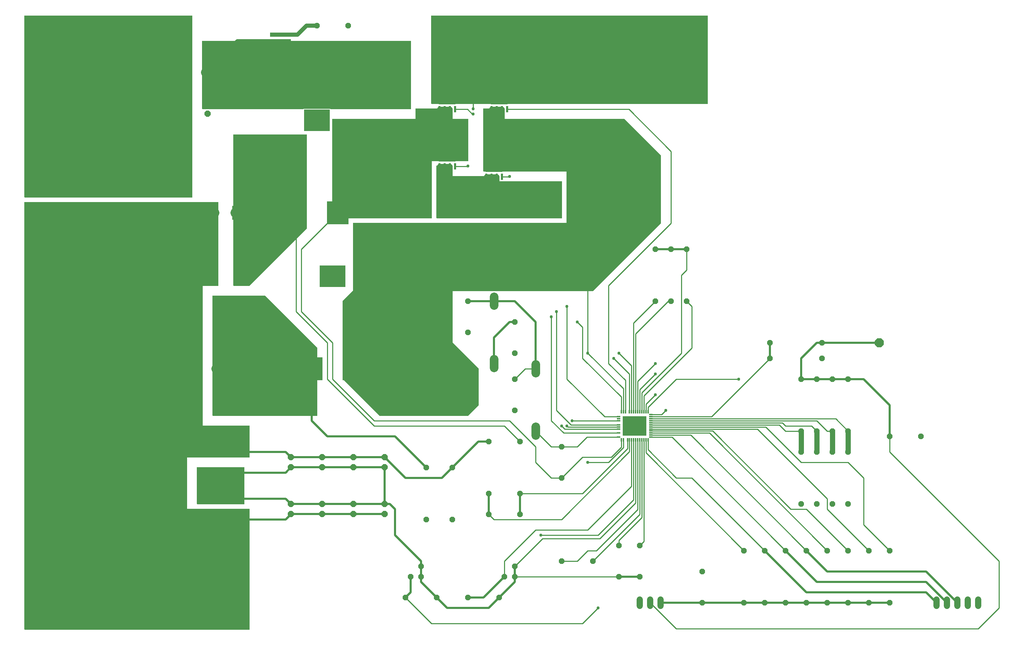
<source format=gbr>
G04 EAGLE Gerber RS-274X export*
G75*
%MOMM*%
%FSLAX34Y34*%
%LPD*%
%INTop Copper*%
%IPPOS*%
%AMOC8*
5,1,8,0,0,1.08239X$1,22.5*%
G01*
%ADD10P,1.539592X8X22.500000*%
%ADD11P,1.539592X8X202.500000*%
%ADD12P,1.539592X8X292.500000*%
%ADD13P,1.539592X8X112.500000*%
%ADD14P,1.429621X8X112.500000*%
%ADD15P,1.429621X8X292.500000*%
%ADD16C,1.524000*%
%ADD17R,0.508000X1.549400*%
%ADD18R,4.140200X4.902200*%
%ADD19P,1.429621X8X22.500000*%
%ADD20P,1.429621X8X202.500000*%
%ADD21R,0.304800X0.812800*%
%ADD22R,0.812800X0.304800*%
%ADD23R,5.791200X4.800600*%
%ADD24P,2.336880X8X22.500000*%
%ADD25R,5.330000X5.590000*%
%ADD26R,6.350000X5.280000*%
%ADD27C,2.095500*%
%ADD28P,1.632244X8X292.500000*%
%ADD29R,1.800000X3.400000*%
%ADD30R,5.200000X1.100000*%
%ADD31P,1.632244X8X112.500000*%
%ADD32R,7.300000X7.300000*%
%ADD33P,6.983147X8X22.500000*%
%ADD34C,1.270000*%
%ADD35C,3.556000*%
%ADD36C,2.667000*%
%ADD37C,0.254000*%
%ADD38C,0.756400*%
%ADD39C,1.016000*%
%ADD40C,0.508000*%
%ADD41C,2.540000*%
%ADD42C,3.810000*%

G36*
X177820Y10164D02*
X177820Y10164D01*
X177839Y10162D01*
X177941Y10184D01*
X178043Y10200D01*
X178060Y10210D01*
X178080Y10214D01*
X178169Y10267D01*
X178260Y10316D01*
X178274Y10330D01*
X178291Y10340D01*
X178358Y10419D01*
X178430Y10494D01*
X178438Y10512D01*
X178451Y10527D01*
X178490Y10623D01*
X178533Y10717D01*
X178535Y10737D01*
X178543Y10755D01*
X178561Y10922D01*
X178561Y304800D01*
X178558Y304820D01*
X178560Y304839D01*
X178538Y304941D01*
X178522Y305043D01*
X178512Y305060D01*
X178508Y305080D01*
X178455Y305169D01*
X178406Y305260D01*
X178392Y305274D01*
X178382Y305291D01*
X178303Y305358D01*
X178228Y305430D01*
X178210Y305438D01*
X178195Y305451D01*
X178099Y305490D01*
X178005Y305533D01*
X177985Y305535D01*
X177967Y305543D01*
X177800Y305561D01*
X26161Y305561D01*
X26161Y431039D01*
X177800Y431039D01*
X177820Y431042D01*
X177839Y431040D01*
X177941Y431062D01*
X178043Y431079D01*
X178060Y431088D01*
X178080Y431092D01*
X178169Y431145D01*
X178260Y431194D01*
X178274Y431208D01*
X178291Y431218D01*
X178358Y431297D01*
X178430Y431372D01*
X178438Y431390D01*
X178451Y431405D01*
X178490Y431501D01*
X178533Y431595D01*
X178535Y431615D01*
X178543Y431633D01*
X178561Y431800D01*
X178561Y508000D01*
X178558Y508020D01*
X178560Y508039D01*
X178538Y508141D01*
X178522Y508243D01*
X178512Y508260D01*
X178508Y508280D01*
X178455Y508369D01*
X178406Y508460D01*
X178392Y508474D01*
X178382Y508491D01*
X178303Y508558D01*
X178228Y508630D01*
X178210Y508638D01*
X178195Y508651D01*
X178099Y508690D01*
X178005Y508733D01*
X177985Y508735D01*
X177967Y508743D01*
X177800Y508761D01*
X64261Y508761D01*
X64261Y850139D01*
X101600Y850139D01*
X101620Y850142D01*
X101639Y850140D01*
X101741Y850162D01*
X101843Y850179D01*
X101860Y850188D01*
X101880Y850192D01*
X101969Y850245D01*
X102060Y850294D01*
X102074Y850308D01*
X102091Y850318D01*
X102158Y850397D01*
X102230Y850472D01*
X102238Y850490D01*
X102251Y850505D01*
X102290Y850601D01*
X102333Y850695D01*
X102335Y850715D01*
X102343Y850733D01*
X102361Y850900D01*
X102361Y1054100D01*
X102358Y1054120D01*
X102360Y1054139D01*
X102338Y1054241D01*
X102322Y1054343D01*
X102312Y1054360D01*
X102308Y1054380D01*
X102255Y1054469D01*
X102206Y1054560D01*
X102192Y1054574D01*
X102182Y1054591D01*
X102103Y1054658D01*
X102028Y1054730D01*
X102010Y1054738D01*
X101995Y1054751D01*
X101899Y1054790D01*
X101805Y1054833D01*
X101785Y1054835D01*
X101767Y1054843D01*
X101600Y1054861D01*
X-370078Y1054861D01*
X-370098Y1054858D01*
X-370117Y1054860D01*
X-370219Y1054838D01*
X-370321Y1054822D01*
X-370338Y1054812D01*
X-370358Y1054808D01*
X-370447Y1054755D01*
X-370538Y1054706D01*
X-370552Y1054692D01*
X-370569Y1054682D01*
X-370636Y1054603D01*
X-370708Y1054528D01*
X-370716Y1054510D01*
X-370729Y1054495D01*
X-370768Y1054399D01*
X-370811Y1054305D01*
X-370813Y1054285D01*
X-370821Y1054267D01*
X-370839Y1054100D01*
X-370839Y10922D01*
X-370836Y10902D01*
X-370838Y10883D01*
X-370816Y10781D01*
X-370800Y10679D01*
X-370790Y10662D01*
X-370786Y10642D01*
X-370733Y10553D01*
X-370684Y10462D01*
X-370670Y10448D01*
X-370660Y10431D01*
X-370581Y10364D01*
X-370506Y10292D01*
X-370488Y10284D01*
X-370473Y10271D01*
X-370377Y10232D01*
X-370283Y10189D01*
X-370263Y10187D01*
X-370245Y10179D01*
X-370078Y10161D01*
X177800Y10161D01*
X177820Y10164D01*
G37*
G36*
X711290Y532654D02*
X711290Y532654D01*
X711381Y532661D01*
X711411Y532673D01*
X711443Y532679D01*
X711523Y532721D01*
X711607Y532757D01*
X711639Y532783D01*
X711660Y532794D01*
X711682Y532817D01*
X711738Y532862D01*
X737138Y558262D01*
X737191Y558336D01*
X737251Y558405D01*
X737263Y558435D01*
X737282Y558461D01*
X737309Y558548D01*
X737343Y558633D01*
X737347Y558674D01*
X737354Y558697D01*
X737353Y558729D01*
X737361Y558800D01*
X737361Y647700D01*
X737347Y647790D01*
X737339Y647881D01*
X737327Y647911D01*
X737322Y647943D01*
X737279Y648023D01*
X737243Y648107D01*
X737217Y648139D01*
X737206Y648160D01*
X737183Y648182D01*
X737138Y648238D01*
X673861Y711515D01*
X673861Y837439D01*
X1016000Y837439D01*
X1016090Y837454D01*
X1016181Y837461D01*
X1016211Y837473D01*
X1016243Y837479D01*
X1016323Y837521D01*
X1016407Y837557D01*
X1016439Y837583D01*
X1016460Y837594D01*
X1016482Y837617D01*
X1016538Y837662D01*
X1181638Y1002762D01*
X1181691Y1002836D01*
X1181751Y1002905D01*
X1181763Y1002935D01*
X1181782Y1002961D01*
X1181809Y1003048D01*
X1181843Y1003133D01*
X1181847Y1003174D01*
X1181854Y1003197D01*
X1181853Y1003229D01*
X1181861Y1003300D01*
X1181861Y1168400D01*
X1181847Y1168490D01*
X1181839Y1168581D01*
X1181827Y1168611D01*
X1181822Y1168643D01*
X1181779Y1168723D01*
X1181743Y1168807D01*
X1181717Y1168839D01*
X1181706Y1168860D01*
X1181683Y1168882D01*
X1181638Y1168938D01*
X1092738Y1257838D01*
X1092664Y1257891D01*
X1092595Y1257951D01*
X1092565Y1257963D01*
X1092539Y1257982D01*
X1092452Y1258009D01*
X1092367Y1258043D01*
X1092326Y1258047D01*
X1092303Y1258054D01*
X1092271Y1258053D01*
X1092200Y1258061D01*
X800861Y1258061D01*
X800861Y1282700D01*
X800858Y1282720D01*
X800860Y1282739D01*
X800838Y1282841D01*
X800822Y1282943D01*
X800812Y1282960D01*
X800808Y1282980D01*
X800755Y1283069D01*
X800706Y1283160D01*
X800692Y1283174D01*
X800682Y1283191D01*
X800603Y1283258D01*
X800528Y1283330D01*
X800510Y1283338D01*
X800495Y1283351D01*
X800399Y1283390D01*
X800305Y1283433D01*
X800285Y1283435D01*
X800267Y1283443D01*
X800100Y1283461D01*
X749300Y1283461D01*
X749280Y1283458D01*
X749261Y1283460D01*
X749159Y1283438D01*
X749057Y1283422D01*
X749040Y1283412D01*
X749020Y1283408D01*
X748931Y1283355D01*
X748840Y1283306D01*
X748826Y1283292D01*
X748809Y1283282D01*
X748742Y1283203D01*
X748671Y1283128D01*
X748662Y1283110D01*
X748649Y1283095D01*
X748610Y1282999D01*
X748567Y1282905D01*
X748565Y1282885D01*
X748557Y1282867D01*
X748539Y1282700D01*
X748539Y1130300D01*
X748542Y1130280D01*
X748540Y1130261D01*
X748562Y1130159D01*
X748579Y1130057D01*
X748588Y1130040D01*
X748592Y1130020D01*
X748645Y1129931D01*
X748694Y1129840D01*
X748708Y1129826D01*
X748718Y1129809D01*
X748797Y1129742D01*
X748872Y1129671D01*
X748890Y1129662D01*
X748905Y1129649D01*
X749001Y1129610D01*
X749095Y1129567D01*
X749115Y1129565D01*
X749133Y1129557D01*
X749300Y1129539D01*
X951739Y1129539D01*
X951739Y1004061D01*
X431800Y1004061D01*
X431780Y1004058D01*
X431761Y1004060D01*
X431659Y1004038D01*
X431557Y1004022D01*
X431540Y1004012D01*
X431520Y1004008D01*
X431431Y1003955D01*
X431340Y1003906D01*
X431326Y1003892D01*
X431309Y1003882D01*
X431242Y1003803D01*
X431171Y1003728D01*
X431162Y1003710D01*
X431149Y1003695D01*
X431110Y1003599D01*
X431067Y1003505D01*
X431065Y1003485D01*
X431057Y1003467D01*
X431039Y1003300D01*
X431039Y838515D01*
X405862Y813338D01*
X405809Y813264D01*
X405749Y813195D01*
X405737Y813165D01*
X405718Y813139D01*
X405691Y813052D01*
X405657Y812967D01*
X405653Y812926D01*
X405646Y812903D01*
X405647Y812871D01*
X405639Y812800D01*
X405639Y622300D01*
X405654Y622210D01*
X405661Y622119D01*
X405673Y622089D01*
X405679Y622057D01*
X405721Y621977D01*
X405757Y621893D01*
X405783Y621861D01*
X405794Y621840D01*
X405817Y621818D01*
X405862Y621762D01*
X494762Y532862D01*
X494836Y532809D01*
X494905Y532749D01*
X494935Y532737D01*
X494961Y532718D01*
X495048Y532691D01*
X495133Y532657D01*
X495174Y532653D01*
X495197Y532646D01*
X495229Y532647D01*
X495300Y532639D01*
X711200Y532639D01*
X711290Y532654D01*
G37*
G36*
X38120Y1066042D02*
X38120Y1066042D01*
X38139Y1066040D01*
X38241Y1066062D01*
X38343Y1066079D01*
X38360Y1066088D01*
X38380Y1066092D01*
X38469Y1066145D01*
X38560Y1066194D01*
X38574Y1066208D01*
X38591Y1066218D01*
X38658Y1066297D01*
X38730Y1066372D01*
X38738Y1066390D01*
X38751Y1066405D01*
X38790Y1066501D01*
X38833Y1066595D01*
X38835Y1066615D01*
X38843Y1066633D01*
X38861Y1066800D01*
X38861Y1509778D01*
X38858Y1509798D01*
X38860Y1509817D01*
X38838Y1509919D01*
X38821Y1510021D01*
X38812Y1510038D01*
X38808Y1510058D01*
X38755Y1510147D01*
X38706Y1510238D01*
X38692Y1510252D01*
X38682Y1510269D01*
X38603Y1510336D01*
X38528Y1510408D01*
X38510Y1510416D01*
X38495Y1510429D01*
X38399Y1510468D01*
X38305Y1510511D01*
X38285Y1510513D01*
X38267Y1510521D01*
X38100Y1510539D01*
X-370078Y1510539D01*
X-370098Y1510536D01*
X-370117Y1510538D01*
X-370219Y1510516D01*
X-370321Y1510500D01*
X-370338Y1510490D01*
X-370358Y1510486D01*
X-370447Y1510433D01*
X-370538Y1510384D01*
X-370552Y1510370D01*
X-370569Y1510360D01*
X-370636Y1510281D01*
X-370708Y1510206D01*
X-370716Y1510188D01*
X-370729Y1510173D01*
X-370768Y1510077D01*
X-370811Y1509983D01*
X-370813Y1509963D01*
X-370821Y1509945D01*
X-370839Y1509778D01*
X-370839Y1066800D01*
X-370836Y1066780D01*
X-370838Y1066761D01*
X-370816Y1066659D01*
X-370800Y1066557D01*
X-370790Y1066540D01*
X-370786Y1066520D01*
X-370733Y1066431D01*
X-370684Y1066340D01*
X-370670Y1066326D01*
X-370660Y1066309D01*
X-370581Y1066242D01*
X-370506Y1066171D01*
X-370488Y1066162D01*
X-370473Y1066149D01*
X-370377Y1066110D01*
X-370283Y1066067D01*
X-370263Y1066065D01*
X-370245Y1066057D01*
X-370078Y1066039D01*
X38100Y1066039D01*
X38120Y1066042D01*
G37*
G36*
X1295420Y1294642D02*
X1295420Y1294642D01*
X1295439Y1294640D01*
X1295541Y1294662D01*
X1295643Y1294679D01*
X1295660Y1294688D01*
X1295680Y1294692D01*
X1295769Y1294745D01*
X1295860Y1294794D01*
X1295874Y1294808D01*
X1295891Y1294818D01*
X1295958Y1294897D01*
X1296030Y1294972D01*
X1296038Y1294990D01*
X1296051Y1295005D01*
X1296090Y1295101D01*
X1296133Y1295195D01*
X1296135Y1295215D01*
X1296143Y1295233D01*
X1296161Y1295400D01*
X1296161Y1509778D01*
X1296158Y1509798D01*
X1296160Y1509817D01*
X1296138Y1509919D01*
X1296121Y1510021D01*
X1296112Y1510038D01*
X1296108Y1510058D01*
X1296055Y1510147D01*
X1296006Y1510238D01*
X1295992Y1510252D01*
X1295982Y1510269D01*
X1295903Y1510336D01*
X1295828Y1510408D01*
X1295810Y1510416D01*
X1295795Y1510429D01*
X1295699Y1510468D01*
X1295605Y1510511D01*
X1295585Y1510513D01*
X1295567Y1510521D01*
X1295400Y1510539D01*
X622300Y1510539D01*
X622280Y1510536D01*
X622261Y1510538D01*
X622159Y1510516D01*
X622057Y1510500D01*
X622040Y1510490D01*
X622020Y1510486D01*
X621931Y1510433D01*
X621840Y1510384D01*
X621826Y1510370D01*
X621809Y1510360D01*
X621742Y1510281D01*
X621671Y1510206D01*
X621662Y1510188D01*
X621649Y1510173D01*
X621610Y1510077D01*
X621567Y1509983D01*
X621565Y1509963D01*
X621557Y1509945D01*
X621539Y1509778D01*
X621539Y1295400D01*
X621542Y1295380D01*
X621540Y1295361D01*
X621562Y1295259D01*
X621579Y1295157D01*
X621588Y1295140D01*
X621592Y1295120D01*
X621645Y1295031D01*
X621694Y1294940D01*
X621708Y1294926D01*
X621718Y1294909D01*
X621797Y1294842D01*
X621872Y1294771D01*
X621890Y1294762D01*
X621905Y1294749D01*
X622001Y1294710D01*
X622095Y1294667D01*
X622115Y1294665D01*
X622133Y1294657D01*
X622300Y1294639D01*
X1295400Y1294639D01*
X1295420Y1294642D01*
G37*
G36*
X309607Y1281954D02*
X309607Y1281954D01*
X309698Y1281961D01*
X309728Y1281973D01*
X309760Y1281979D01*
X309841Y1282021D01*
X309924Y1282057D01*
X309957Y1282083D01*
X309977Y1282094D01*
X309999Y1282117D01*
X310055Y1282162D01*
X310518Y1282625D01*
X375282Y1282625D01*
X375745Y1282162D01*
X375819Y1282109D01*
X375888Y1282049D01*
X375918Y1282037D01*
X375944Y1282018D01*
X376031Y1281991D01*
X376116Y1281957D01*
X376157Y1281953D01*
X376179Y1281946D01*
X376212Y1281947D01*
X376283Y1281939D01*
X571500Y1281939D01*
X571520Y1281942D01*
X571539Y1281940D01*
X571641Y1281962D01*
X571743Y1281979D01*
X571760Y1281988D01*
X571780Y1281992D01*
X571869Y1282045D01*
X571960Y1282094D01*
X571974Y1282108D01*
X571991Y1282118D01*
X572058Y1282197D01*
X572130Y1282272D01*
X572138Y1282290D01*
X572151Y1282305D01*
X572190Y1282401D01*
X572233Y1282495D01*
X572235Y1282515D01*
X572243Y1282533D01*
X572261Y1282700D01*
X572261Y1447800D01*
X572258Y1447820D01*
X572260Y1447839D01*
X572238Y1447941D01*
X572222Y1448043D01*
X572212Y1448060D01*
X572208Y1448080D01*
X572155Y1448169D01*
X572106Y1448260D01*
X572092Y1448274D01*
X572082Y1448291D01*
X572003Y1448358D01*
X571928Y1448430D01*
X571910Y1448438D01*
X571895Y1448451D01*
X571799Y1448490D01*
X571705Y1448533D01*
X571685Y1448535D01*
X571667Y1448543D01*
X571500Y1448561D01*
X63500Y1448561D01*
X63480Y1448558D01*
X63461Y1448560D01*
X63359Y1448538D01*
X63257Y1448522D01*
X63240Y1448512D01*
X63220Y1448508D01*
X63131Y1448455D01*
X63040Y1448406D01*
X63026Y1448392D01*
X63009Y1448382D01*
X62942Y1448303D01*
X62871Y1448228D01*
X62862Y1448210D01*
X62849Y1448195D01*
X62810Y1448099D01*
X62767Y1448005D01*
X62765Y1447985D01*
X62757Y1447967D01*
X62739Y1447800D01*
X62739Y1282700D01*
X62742Y1282680D01*
X62740Y1282661D01*
X62762Y1282559D01*
X62779Y1282457D01*
X62788Y1282440D01*
X62792Y1282420D01*
X62845Y1282331D01*
X62894Y1282240D01*
X62908Y1282226D01*
X62918Y1282209D01*
X62997Y1282142D01*
X63072Y1282071D01*
X63090Y1282062D01*
X63105Y1282049D01*
X63201Y1282010D01*
X63295Y1281967D01*
X63315Y1281965D01*
X63333Y1281957D01*
X63500Y1281939D01*
X309517Y1281939D01*
X309607Y1281954D01*
G37*
G36*
X622320Y1015242D02*
X622320Y1015242D01*
X622339Y1015240D01*
X622441Y1015262D01*
X622543Y1015279D01*
X622560Y1015288D01*
X622580Y1015292D01*
X622669Y1015345D01*
X622760Y1015394D01*
X622774Y1015408D01*
X622791Y1015418D01*
X622858Y1015497D01*
X622930Y1015572D01*
X622938Y1015590D01*
X622951Y1015605D01*
X622990Y1015701D01*
X623033Y1015795D01*
X623035Y1015815D01*
X623043Y1015833D01*
X623061Y1016000D01*
X623061Y1154939D01*
X711200Y1154939D01*
X711220Y1154942D01*
X711239Y1154940D01*
X711341Y1154962D01*
X711443Y1154979D01*
X711460Y1154988D01*
X711480Y1154992D01*
X711569Y1155045D01*
X711660Y1155094D01*
X711674Y1155108D01*
X711691Y1155118D01*
X711758Y1155197D01*
X711830Y1155272D01*
X711838Y1155290D01*
X711851Y1155305D01*
X711890Y1155401D01*
X711933Y1155495D01*
X711935Y1155515D01*
X711943Y1155533D01*
X711961Y1155700D01*
X711961Y1257300D01*
X711958Y1257320D01*
X711960Y1257339D01*
X711938Y1257441D01*
X711922Y1257543D01*
X711912Y1257560D01*
X711908Y1257580D01*
X711855Y1257669D01*
X711806Y1257760D01*
X711792Y1257774D01*
X711782Y1257791D01*
X711703Y1257858D01*
X711628Y1257930D01*
X711610Y1257938D01*
X711595Y1257951D01*
X711499Y1257990D01*
X711405Y1258033D01*
X711385Y1258035D01*
X711367Y1258043D01*
X711200Y1258061D01*
X673861Y1258061D01*
X673861Y1282700D01*
X673858Y1282720D01*
X673860Y1282739D01*
X673838Y1282841D01*
X673822Y1282943D01*
X673812Y1282960D01*
X673808Y1282980D01*
X673755Y1283069D01*
X673706Y1283160D01*
X673692Y1283174D01*
X673682Y1283191D01*
X673603Y1283258D01*
X673528Y1283330D01*
X673510Y1283338D01*
X673495Y1283351D01*
X673399Y1283390D01*
X673305Y1283433D01*
X673285Y1283435D01*
X673267Y1283443D01*
X673100Y1283461D01*
X584200Y1283461D01*
X584180Y1283458D01*
X584161Y1283460D01*
X584059Y1283438D01*
X583957Y1283422D01*
X583940Y1283412D01*
X583920Y1283408D01*
X583831Y1283355D01*
X583740Y1283306D01*
X583726Y1283292D01*
X583709Y1283282D01*
X583642Y1283203D01*
X583571Y1283128D01*
X583562Y1283110D01*
X583549Y1283095D01*
X583510Y1282999D01*
X583467Y1282905D01*
X583465Y1282885D01*
X583457Y1282867D01*
X583439Y1282700D01*
X583439Y1258061D01*
X381000Y1258061D01*
X380980Y1258058D01*
X380961Y1258060D01*
X380859Y1258038D01*
X380757Y1258022D01*
X380740Y1258012D01*
X380720Y1258008D01*
X380631Y1257955D01*
X380540Y1257906D01*
X380526Y1257892D01*
X380509Y1257882D01*
X380442Y1257803D01*
X380371Y1257728D01*
X380362Y1257710D01*
X380349Y1257695D01*
X380310Y1257599D01*
X380267Y1257505D01*
X380265Y1257485D01*
X380257Y1257467D01*
X380239Y1257300D01*
X380239Y1016000D01*
X380242Y1015980D01*
X380240Y1015961D01*
X380262Y1015859D01*
X380279Y1015757D01*
X380288Y1015740D01*
X380292Y1015720D01*
X380345Y1015631D01*
X380394Y1015540D01*
X380408Y1015526D01*
X380418Y1015509D01*
X380497Y1015442D01*
X380572Y1015371D01*
X380590Y1015362D01*
X380605Y1015349D01*
X380701Y1015310D01*
X380795Y1015267D01*
X380815Y1015265D01*
X380833Y1015257D01*
X381000Y1015239D01*
X622300Y1015239D01*
X622320Y1015242D01*
G37*
G36*
X342920Y532642D02*
X342920Y532642D01*
X342939Y532640D01*
X343041Y532662D01*
X343143Y532679D01*
X343160Y532688D01*
X343180Y532692D01*
X343269Y532745D01*
X343360Y532794D01*
X343374Y532808D01*
X343391Y532818D01*
X343458Y532897D01*
X343530Y532972D01*
X343538Y532990D01*
X343551Y533005D01*
X343590Y533101D01*
X343633Y533195D01*
X343635Y533215D01*
X343643Y533233D01*
X343661Y533400D01*
X343661Y698500D01*
X343647Y698590D01*
X343639Y698681D01*
X343627Y698711D01*
X343622Y698743D01*
X343579Y698823D01*
X343543Y698907D01*
X343517Y698939D01*
X343506Y698960D01*
X343483Y698982D01*
X343438Y699038D01*
X216438Y826038D01*
X216364Y826091D01*
X216295Y826151D01*
X216265Y826163D01*
X216239Y826182D01*
X216152Y826209D01*
X216067Y826243D01*
X216026Y826247D01*
X216003Y826254D01*
X215971Y826253D01*
X215900Y826261D01*
X88900Y826261D01*
X88880Y826258D01*
X88861Y826260D01*
X88759Y826238D01*
X88657Y826222D01*
X88640Y826212D01*
X88620Y826208D01*
X88531Y826155D01*
X88440Y826106D01*
X88426Y826092D01*
X88409Y826082D01*
X88342Y826003D01*
X88271Y825928D01*
X88262Y825910D01*
X88249Y825895D01*
X88210Y825799D01*
X88167Y825705D01*
X88165Y825685D01*
X88157Y825667D01*
X88139Y825500D01*
X88139Y533400D01*
X88142Y533380D01*
X88140Y533361D01*
X88162Y533259D01*
X88179Y533157D01*
X88188Y533140D01*
X88192Y533120D01*
X88245Y533031D01*
X88294Y532940D01*
X88308Y532926D01*
X88318Y532909D01*
X88397Y532842D01*
X88472Y532771D01*
X88490Y532762D01*
X88505Y532749D01*
X88601Y532710D01*
X88695Y532667D01*
X88715Y532665D01*
X88733Y532657D01*
X88900Y532639D01*
X342900Y532639D01*
X342920Y532642D01*
G37*
G36*
X177890Y850154D02*
X177890Y850154D01*
X177981Y850161D01*
X178011Y850173D01*
X178043Y850179D01*
X178123Y850221D01*
X178207Y850257D01*
X178239Y850283D01*
X178260Y850294D01*
X178282Y850317D01*
X178338Y850362D01*
X318038Y990062D01*
X318091Y990136D01*
X318151Y990205D01*
X318163Y990235D01*
X318182Y990261D01*
X318209Y990348D01*
X318243Y990433D01*
X318247Y990474D01*
X318254Y990497D01*
X318253Y990529D01*
X318261Y990600D01*
X318261Y1219200D01*
X318258Y1219220D01*
X318260Y1219239D01*
X318238Y1219341D01*
X318222Y1219443D01*
X318212Y1219460D01*
X318208Y1219480D01*
X318155Y1219569D01*
X318106Y1219660D01*
X318092Y1219674D01*
X318082Y1219691D01*
X318003Y1219758D01*
X317928Y1219830D01*
X317910Y1219838D01*
X317895Y1219851D01*
X317799Y1219890D01*
X317705Y1219933D01*
X317685Y1219935D01*
X317667Y1219943D01*
X317500Y1219961D01*
X139700Y1219961D01*
X139680Y1219958D01*
X139661Y1219960D01*
X139559Y1219938D01*
X139457Y1219922D01*
X139440Y1219912D01*
X139420Y1219908D01*
X139331Y1219855D01*
X139240Y1219806D01*
X139226Y1219792D01*
X139209Y1219782D01*
X139142Y1219703D01*
X139071Y1219628D01*
X139062Y1219610D01*
X139049Y1219595D01*
X139010Y1219499D01*
X138967Y1219405D01*
X138965Y1219385D01*
X138957Y1219367D01*
X138939Y1219200D01*
X138939Y850900D01*
X138942Y850880D01*
X138940Y850861D01*
X138962Y850759D01*
X138979Y850657D01*
X138988Y850640D01*
X138992Y850620D01*
X139045Y850531D01*
X139094Y850440D01*
X139108Y850426D01*
X139118Y850409D01*
X139197Y850342D01*
X139272Y850271D01*
X139290Y850262D01*
X139305Y850249D01*
X139401Y850210D01*
X139495Y850167D01*
X139515Y850165D01*
X139533Y850157D01*
X139700Y850139D01*
X177800Y850139D01*
X177890Y850154D01*
G37*
G36*
X939820Y1015242D02*
X939820Y1015242D01*
X939839Y1015240D01*
X939941Y1015262D01*
X940043Y1015279D01*
X940060Y1015288D01*
X940080Y1015292D01*
X940169Y1015345D01*
X940260Y1015394D01*
X940274Y1015408D01*
X940291Y1015418D01*
X940358Y1015497D01*
X940430Y1015572D01*
X940438Y1015590D01*
X940451Y1015605D01*
X940490Y1015701D01*
X940533Y1015795D01*
X940535Y1015815D01*
X940543Y1015833D01*
X940561Y1016000D01*
X940561Y1104900D01*
X940558Y1104920D01*
X940560Y1104939D01*
X940538Y1105041D01*
X940522Y1105143D01*
X940512Y1105160D01*
X940508Y1105180D01*
X940455Y1105269D01*
X940406Y1105360D01*
X940392Y1105374D01*
X940382Y1105391D01*
X940303Y1105458D01*
X940228Y1105530D01*
X940210Y1105538D01*
X940195Y1105551D01*
X940099Y1105590D01*
X940005Y1105633D01*
X939985Y1105635D01*
X939967Y1105643D01*
X939800Y1105661D01*
X788161Y1105661D01*
X788161Y1117600D01*
X788158Y1117620D01*
X788160Y1117639D01*
X788138Y1117741D01*
X788122Y1117843D01*
X788112Y1117860D01*
X788108Y1117880D01*
X788055Y1117969D01*
X788006Y1118060D01*
X787992Y1118074D01*
X787982Y1118091D01*
X787903Y1118158D01*
X787828Y1118230D01*
X787810Y1118238D01*
X787795Y1118251D01*
X787699Y1118290D01*
X787605Y1118333D01*
X787585Y1118335D01*
X787567Y1118343D01*
X787400Y1118361D01*
X673861Y1118361D01*
X673861Y1143000D01*
X673858Y1143020D01*
X673860Y1143039D01*
X673838Y1143141D01*
X673822Y1143243D01*
X673812Y1143260D01*
X673808Y1143280D01*
X673755Y1143369D01*
X673706Y1143460D01*
X673692Y1143474D01*
X673682Y1143491D01*
X673603Y1143558D01*
X673528Y1143630D01*
X673510Y1143638D01*
X673495Y1143651D01*
X673399Y1143690D01*
X673305Y1143733D01*
X673285Y1143735D01*
X673267Y1143743D01*
X673100Y1143761D01*
X635000Y1143761D01*
X634980Y1143758D01*
X634961Y1143760D01*
X634859Y1143738D01*
X634757Y1143722D01*
X634740Y1143712D01*
X634720Y1143708D01*
X634631Y1143655D01*
X634540Y1143606D01*
X634526Y1143592D01*
X634509Y1143582D01*
X634442Y1143503D01*
X634371Y1143428D01*
X634362Y1143410D01*
X634349Y1143395D01*
X634310Y1143299D01*
X634267Y1143205D01*
X634265Y1143185D01*
X634257Y1143167D01*
X634239Y1143000D01*
X634239Y1016000D01*
X634242Y1015980D01*
X634240Y1015961D01*
X634262Y1015859D01*
X634279Y1015757D01*
X634288Y1015740D01*
X634292Y1015720D01*
X634345Y1015631D01*
X634394Y1015540D01*
X634408Y1015526D01*
X634418Y1015509D01*
X634497Y1015442D01*
X634572Y1015371D01*
X634590Y1015362D01*
X634605Y1015349D01*
X634701Y1015310D01*
X634795Y1015267D01*
X634815Y1015265D01*
X634833Y1015257D01*
X635000Y1015239D01*
X939800Y1015239D01*
X939820Y1015242D01*
G37*
G36*
X165120Y316742D02*
X165120Y316742D01*
X165139Y316740D01*
X165241Y316762D01*
X165343Y316779D01*
X165360Y316788D01*
X165380Y316792D01*
X165469Y316845D01*
X165560Y316894D01*
X165574Y316908D01*
X165591Y316918D01*
X165658Y316997D01*
X165730Y317072D01*
X165738Y317090D01*
X165751Y317105D01*
X165790Y317201D01*
X165833Y317295D01*
X165835Y317315D01*
X165843Y317333D01*
X165861Y317500D01*
X165861Y406400D01*
X165858Y406420D01*
X165860Y406439D01*
X165838Y406541D01*
X165822Y406643D01*
X165812Y406660D01*
X165808Y406680D01*
X165755Y406769D01*
X165706Y406860D01*
X165692Y406874D01*
X165682Y406891D01*
X165603Y406958D01*
X165528Y407030D01*
X165510Y407038D01*
X165495Y407051D01*
X165399Y407090D01*
X165305Y407133D01*
X165285Y407135D01*
X165267Y407143D01*
X165100Y407161D01*
X50800Y407161D01*
X50780Y407158D01*
X50761Y407160D01*
X50659Y407138D01*
X50557Y407122D01*
X50540Y407112D01*
X50520Y407108D01*
X50431Y407055D01*
X50340Y407006D01*
X50326Y406992D01*
X50309Y406982D01*
X50242Y406903D01*
X50171Y406828D01*
X50162Y406810D01*
X50149Y406795D01*
X50110Y406699D01*
X50067Y406605D01*
X50065Y406585D01*
X50057Y406567D01*
X50039Y406400D01*
X50039Y317500D01*
X50042Y317480D01*
X50040Y317461D01*
X50062Y317359D01*
X50079Y317257D01*
X50088Y317240D01*
X50092Y317220D01*
X50145Y317131D01*
X50194Y317040D01*
X50208Y317026D01*
X50218Y317009D01*
X50297Y316942D01*
X50372Y316871D01*
X50390Y316862D01*
X50405Y316849D01*
X50501Y316810D01*
X50595Y316767D01*
X50615Y316765D01*
X50633Y316757D01*
X50800Y316739D01*
X165100Y316739D01*
X165120Y316742D01*
G37*
D10*
X558800Y88900D03*
X635000Y88900D03*
D11*
X838200Y292100D03*
X762000Y292100D03*
D12*
X711200Y812800D03*
X711200Y736600D03*
D10*
X939800Y177800D03*
X1016000Y177800D03*
D13*
X1282700Y76200D03*
X1282700Y152400D03*
D10*
X1739900Y482600D03*
X1816100Y482600D03*
X711200Y88900D03*
X787400Y88900D03*
X342900Y1485900D03*
X419100Y1485900D03*
D13*
X939800Y381000D03*
X939800Y457200D03*
X825500Y685800D03*
X825500Y762000D03*
D14*
X63500Y279400D03*
X63500Y330200D03*
X152400Y279400D03*
X152400Y330200D03*
D15*
X152400Y444500D03*
X152400Y393700D03*
X63500Y444500D03*
X63500Y393700D03*
D12*
X825500Y622300D03*
X825500Y546100D03*
X1130300Y215900D03*
X1130300Y139700D03*
X1079500Y215900D03*
X1079500Y139700D03*
D16*
X1955800Y83820D02*
X1955800Y68580D01*
X1930400Y68580D02*
X1930400Y83820D01*
X1905000Y83820D02*
X1905000Y68580D01*
X1879600Y68580D02*
X1879600Y83820D01*
X1854200Y83820D02*
X1854200Y68580D01*
D17*
X768350Y1281303D03*
X781050Y1281303D03*
X793750Y1281303D03*
X806450Y1281303D03*
D18*
X787400Y1318133D03*
D17*
X755650Y1116203D03*
X768350Y1116203D03*
X781050Y1116203D03*
X793750Y1116203D03*
D18*
X774700Y1153033D03*
D17*
X641350Y1141603D03*
X654050Y1141603D03*
X666750Y1141603D03*
X679450Y1141603D03*
D18*
X660400Y1178433D03*
D17*
X641350Y1281303D03*
X654050Y1281303D03*
X666750Y1281303D03*
X679450Y1281303D03*
D18*
X660400Y1318133D03*
D19*
X800100Y139700D03*
X825500Y139700D03*
X825500Y165100D03*
X571500Y139700D03*
X596900Y139700D03*
X596900Y165100D03*
X1447800Y673100D03*
X1574800Y673100D03*
D20*
X1574800Y711200D03*
X1447800Y711200D03*
D14*
X609600Y279400D03*
X609600Y406400D03*
X673100Y279400D03*
X673100Y406400D03*
D15*
X1600200Y444500D03*
X1600200Y317500D03*
X1600200Y622300D03*
X1600200Y495300D03*
X1638300Y444500D03*
X1638300Y317500D03*
X1638300Y622300D03*
X1638300Y495300D03*
X1168400Y939800D03*
X1168400Y812800D03*
X1206500Y939800D03*
X1206500Y812800D03*
D14*
X1485900Y76200D03*
X1485900Y203200D03*
X1435100Y76200D03*
X1435100Y203200D03*
X1536700Y76200D03*
X1536700Y203200D03*
X1587500Y76200D03*
X1587500Y203200D03*
X1638300Y76200D03*
X1638300Y203200D03*
D15*
X1739900Y203200D03*
X1739900Y76200D03*
X1524000Y444500D03*
X1524000Y317500D03*
X1524000Y622300D03*
X1524000Y495300D03*
X1562100Y444500D03*
X1562100Y317500D03*
X1562100Y622300D03*
X1562100Y495300D03*
X1244600Y939800D03*
X1244600Y812800D03*
D14*
X1384300Y76200D03*
X1384300Y203200D03*
D15*
X1689100Y203200D03*
X1689100Y76200D03*
D14*
X838200Y342900D03*
X838200Y469900D03*
X762000Y342900D03*
X762000Y469900D03*
D21*
X1085100Y473456D03*
X1090100Y473456D03*
X1100100Y473456D03*
X1105100Y473456D03*
X1110100Y473456D03*
X1115100Y473456D03*
X1120100Y473456D03*
X1125100Y473456D03*
X1130100Y473456D03*
X1135100Y473456D03*
X1140100Y473456D03*
X1150100Y473456D03*
D22*
X1157097Y480500D03*
X1157097Y485500D03*
X1157097Y490500D03*
X1157097Y500500D03*
X1157097Y505500D03*
X1157097Y510500D03*
X1157097Y515500D03*
X1157097Y520500D03*
X1157097Y525500D03*
X1157097Y530500D03*
X1157097Y535500D03*
D21*
X1150100Y542544D03*
X1145100Y542544D03*
X1135100Y542544D03*
X1130100Y542544D03*
X1125100Y542544D03*
X1120100Y542544D03*
X1110100Y542544D03*
X1105100Y542544D03*
X1095100Y542544D03*
X1085100Y542544D03*
D22*
X1078103Y530500D03*
X1078103Y525500D03*
X1078103Y520500D03*
X1078103Y510500D03*
X1078103Y505500D03*
X1078103Y500500D03*
X1078103Y490500D03*
X1078103Y480500D03*
D23*
X1117600Y508000D03*
D21*
X1145100Y473456D03*
D22*
X1157097Y495500D03*
D21*
X1140100Y542544D03*
X1115100Y542544D03*
X1090100Y542544D03*
D16*
X1130300Y83820D02*
X1130300Y68580D01*
X1155700Y68580D02*
X1155700Y83820D01*
X1181100Y83820D02*
X1181100Y68580D01*
D24*
X1714500Y711200D03*
D25*
X330250Y647700D03*
X431750Y647700D03*
D26*
X381000Y873700D03*
D25*
X292150Y1028700D03*
X393650Y1028700D03*
D26*
X342900Y1254700D03*
D27*
X774700Y670878D02*
X774700Y649923D01*
X774700Y802323D02*
X774700Y823278D01*
X876300Y505778D02*
X876300Y484823D01*
X876300Y637223D02*
X876300Y658178D01*
D28*
X508000Y431600D03*
X508000Y406600D03*
D29*
X20800Y1371600D03*
X72800Y1371600D03*
D30*
X254000Y1447800D03*
X254000Y1463800D03*
D29*
X46200Y647700D03*
X98200Y647700D03*
X144300Y1028700D03*
X92300Y1028700D03*
D28*
X431800Y431600D03*
X431800Y406600D03*
X355600Y431600D03*
X355600Y406600D03*
X279400Y431600D03*
X279400Y406600D03*
D31*
X279400Y292300D03*
X279400Y317300D03*
X355600Y292300D03*
X355600Y317300D03*
X431800Y292300D03*
X431800Y317300D03*
X508000Y292300D03*
X508000Y317300D03*
D32*
X535400Y1397000D03*
X658400Y1397000D03*
D28*
X76200Y1295200D03*
X76200Y1270200D03*
D33*
X-304800Y1371600D03*
X-304800Y647700D03*
D34*
X755650Y1116203D02*
X768350Y1116203D01*
X781050Y1116203D01*
X654050Y1141603D02*
X641350Y1141603D01*
X654050Y1141603D02*
X666750Y1141603D01*
D35*
X1117600Y508000D03*
D34*
X768350Y1073150D02*
X768350Y1116203D01*
X768350Y1073150D02*
X774700Y1066800D01*
D36*
X774700Y1066800D03*
D37*
X1145100Y560900D02*
X1145100Y542544D01*
X1145100Y560900D02*
X1168400Y584200D01*
D38*
X1168400Y584200D03*
D37*
X1157097Y535500D02*
X1183200Y535500D01*
X1193800Y546100D01*
D38*
X1193800Y546100D03*
D34*
X654050Y1111250D02*
X654050Y1141603D01*
X654050Y1111250D02*
X660400Y1104900D01*
D36*
X660400Y1104900D03*
D39*
X295400Y1463800D02*
X254000Y1463800D01*
X295400Y1463800D02*
X317500Y1485900D01*
X342900Y1485900D01*
D37*
X947300Y500500D02*
X1078103Y500500D01*
X947300Y500500D02*
X939800Y508000D01*
D38*
X939800Y508000D03*
D40*
X1447800Y673100D02*
X1447800Y711200D01*
D37*
X1447800Y673100D02*
X1305200Y530500D01*
X1157097Y530500D01*
D40*
X1168400Y939800D02*
X1206500Y939800D01*
X1244600Y939800D01*
X1282700Y76200D02*
X1181100Y76200D01*
X1282700Y76200D02*
X1384300Y76200D01*
X1435100Y76200D01*
X1485900Y76200D01*
X1536700Y76200D01*
X1587500Y76200D01*
X1638300Y76200D01*
X1689100Y76200D01*
X1739900Y76200D01*
D37*
X1135100Y542544D02*
X1135100Y589000D01*
X1231900Y685800D01*
X1244600Y889000D02*
X1244600Y939800D01*
X1244600Y889000D02*
X1231900Y876300D01*
X1231900Y685800D01*
X1145100Y473456D02*
X1145100Y442400D01*
X1384300Y203200D01*
X1417200Y500500D02*
X1157097Y500500D01*
X1417200Y500500D02*
X1587500Y330200D01*
X1587500Y304800D02*
X1689100Y203200D01*
X1587500Y304800D02*
X1587500Y330200D01*
X1676400Y266700D02*
X1739900Y203200D01*
X1676400Y266700D02*
X1676400Y381000D01*
X1638300Y419100D01*
X1524000Y419100D01*
X1437600Y505500D02*
X1157097Y505500D01*
X1437600Y505500D02*
X1524000Y419100D01*
D34*
X781050Y1281303D02*
X768350Y1281303D01*
X781050Y1281303D02*
X793750Y1281303D01*
D37*
X1090100Y599000D02*
X1090100Y542544D01*
X1090100Y599000D02*
X1003300Y685800D01*
D38*
X1003300Y685800D03*
D34*
X793750Y1172083D02*
X793750Y1281303D01*
X793750Y1172083D02*
X774700Y1153033D01*
X781050Y1149350D02*
X781050Y1281303D01*
X768350Y1281303D02*
X768350Y1162050D01*
X781050Y1149350D01*
D37*
X774700Y1153033D02*
X1003300Y1153033D01*
X1003300Y685800D01*
D41*
X330250Y647700D02*
X98200Y647700D01*
D40*
X533400Y482600D02*
X609600Y406400D01*
X533400Y482600D02*
X368300Y482600D01*
X330250Y520650D01*
X330250Y647700D01*
D37*
X1044300Y530500D02*
X1078103Y530500D01*
X1044300Y530500D02*
X952500Y622300D01*
X952500Y800100D01*
X812800Y1116203D02*
X812800Y1117600D01*
X812800Y1116203D02*
X793750Y1116203D01*
D38*
X812800Y1117600D03*
X952500Y800100D03*
D37*
X1125100Y473456D02*
X1125100Y303664D01*
X1024636Y203200D02*
X1003300Y203200D01*
X977900Y177800D01*
X939800Y177800D01*
X1024636Y203200D02*
X1125100Y303664D01*
X1130100Y291900D02*
X1016000Y177800D01*
X1130100Y291900D02*
X1130100Y473456D01*
D40*
X774700Y812800D02*
X711200Y812800D01*
X825500Y812800D02*
X876300Y762000D01*
X825500Y812800D02*
X774700Y812800D01*
X876300Y762000D02*
X876300Y647700D01*
D37*
X965400Y520500D02*
X1078103Y520500D01*
X965400Y520500D02*
X965200Y520700D01*
D38*
X965200Y520700D03*
D37*
X876300Y647700D02*
X850900Y647700D01*
X825500Y622300D01*
D40*
X825500Y762000D02*
X812800Y762000D01*
X774700Y723900D01*
X774700Y660400D01*
D37*
X1085100Y578600D02*
X1085100Y542544D01*
X990600Y749300D02*
X977900Y762000D01*
X990600Y749300D02*
X990600Y673100D01*
D38*
X977900Y762000D03*
D37*
X990600Y673100D02*
X1085100Y578600D01*
X1140100Y225700D02*
X1130300Y215900D01*
X1140100Y225700D02*
X1140100Y473456D01*
X1130100Y542544D02*
X1130300Y542744D01*
X1130300Y596900D01*
X1168400Y635000D01*
D38*
X1168400Y635000D03*
D37*
X1135100Y284200D02*
X1079500Y228600D01*
X1079500Y215900D01*
X1135100Y284200D02*
X1135100Y473456D01*
X1125100Y542544D02*
X1125100Y617100D01*
X1168400Y660400D01*
D38*
X1168400Y660400D03*
D41*
X292150Y1028700D02*
X144300Y1028700D01*
D37*
X800100Y508000D02*
X838200Y469900D01*
X482600Y508000D02*
X368300Y622300D01*
X368300Y711200D01*
X292150Y787350D01*
X292150Y1028700D01*
X482600Y508000D02*
X800100Y508000D01*
X944600Y490500D02*
X1078103Y490500D01*
X944600Y490500D02*
X914400Y520700D01*
X709803Y1141603D02*
X711200Y1143000D01*
X709803Y1141603D02*
X679450Y1141603D01*
D38*
X711200Y1143000D03*
X914400Y774700D03*
D37*
X914400Y520700D01*
D34*
X654050Y1281303D02*
X641350Y1281303D01*
X654050Y1281303D02*
X666750Y1281303D01*
X641350Y1281303D02*
X641350Y1197483D01*
X660400Y1178433D01*
X654050Y1184783D02*
X654050Y1281303D01*
X654050Y1184783D02*
X660400Y1178433D01*
X666750Y1184783D02*
X666750Y1281303D01*
X666750Y1184783D02*
X660400Y1178433D01*
D42*
X543383Y1178433D02*
X393650Y1028700D01*
X543383Y1178433D02*
X660400Y1178433D01*
D37*
X990600Y431800D02*
X939800Y381000D01*
X990600Y431800D02*
X1061053Y431800D01*
X1085100Y455847D02*
X1085100Y473456D01*
X1085100Y455847D02*
X1061053Y431800D01*
X393650Y1028700D02*
X304800Y939850D01*
X381000Y711200D02*
X381000Y622300D01*
X482600Y520700D01*
X876300Y457200D02*
X876300Y419100D01*
X914400Y381000D01*
X939800Y381000D01*
X304800Y787400D02*
X304800Y939850D01*
X304800Y787400D02*
X381000Y711200D01*
X482600Y520700D02*
X812800Y520700D01*
X876300Y457200D01*
X914400Y457200D02*
X939800Y457200D01*
X914400Y457200D02*
X876300Y495300D01*
X1001200Y480500D02*
X1078103Y480500D01*
X1001200Y480500D02*
X977900Y457200D01*
X939800Y457200D01*
X1090100Y455100D02*
X1090100Y473456D01*
X1090100Y455100D02*
X1054100Y419100D01*
X1003300Y419100D01*
D38*
X1003300Y419100D03*
X723900Y1270000D03*
D37*
X709803Y1281303D02*
X679450Y1281303D01*
X709803Y1281303D02*
X721106Y1270000D01*
X723900Y1270000D01*
X1095100Y619400D02*
X1095100Y542544D01*
X1095100Y619400D02*
X1054100Y660400D01*
X1103503Y1281303D02*
X806450Y1281303D01*
X1054100Y850900D02*
X1054100Y660400D01*
X1054100Y850900D02*
X1206500Y1003300D01*
X1206500Y1178306D01*
X1103503Y1281303D01*
D40*
X635000Y88900D02*
X660400Y63500D01*
X635000Y88900D02*
X596900Y127000D01*
X596900Y139700D01*
X787400Y88900D02*
X825500Y127000D01*
X825500Y139700D01*
X266500Y393700D02*
X152400Y393700D01*
X266500Y393700D02*
X279400Y406600D01*
X355600Y406600D01*
X431800Y406600D01*
X508000Y406600D01*
D41*
X152400Y393700D02*
X63500Y393700D01*
X63500Y330200D01*
X152400Y330200D02*
X152400Y393700D01*
D40*
X508000Y317500D02*
X508000Y317300D01*
X508000Y317500D02*
X508000Y406600D01*
X355600Y317300D02*
X279400Y317300D01*
X431800Y317300D02*
X508000Y317300D01*
X266500Y330200D02*
X152400Y330200D01*
X266500Y330200D02*
X279400Y317300D01*
X596900Y177600D02*
X596900Y165100D01*
X596900Y139700D01*
X596900Y177600D02*
X533400Y241100D01*
X533400Y304800D01*
X520700Y317500D01*
X508000Y317500D01*
X825500Y165100D02*
X825500Y139700D01*
X762000Y63500D02*
X660400Y63500D01*
X762000Y63500D02*
X787400Y88900D01*
X1079500Y139700D02*
X1130300Y139700D01*
D37*
X1079500Y139700D02*
X825500Y139700D01*
X1120100Y320000D02*
X1120100Y473456D01*
X1032764Y232664D02*
X893064Y232664D01*
X1032764Y232664D02*
X1120100Y320000D01*
X893064Y232664D02*
X825500Y165100D01*
D40*
X431800Y317300D02*
X355600Y317300D01*
D41*
X46200Y982600D02*
X92300Y1028700D01*
D40*
X152400Y444500D02*
X266500Y444500D01*
X279400Y431600D01*
X355600Y431600D01*
X431800Y431600D01*
X508000Y431600D01*
D41*
X63500Y444500D02*
X46200Y461800D01*
X63500Y444500D02*
X152400Y444500D01*
X152400Y279400D02*
X63500Y279400D01*
D40*
X355600Y292300D02*
X431800Y292300D01*
X508000Y292300D01*
X266700Y279400D02*
X152400Y279400D01*
X508000Y431600D02*
X558600Y381000D01*
X647700Y381000D01*
X673100Y406400D01*
X736600Y469900D01*
X762000Y469900D01*
D37*
X1115100Y473456D02*
X1115100Y327700D01*
X1028700Y241300D01*
X889000Y241300D01*
D38*
X889000Y241300D03*
D37*
X1110100Y542544D02*
X1110100Y655200D01*
X1079500Y685800D01*
D38*
X1079500Y685800D03*
D40*
X279400Y292100D02*
X266700Y279400D01*
X279400Y292100D02*
X279400Y292300D01*
X355600Y292300D01*
D41*
X46200Y647700D02*
X46200Y982600D01*
X46200Y647700D02*
X46200Y461800D01*
D37*
X1100100Y452400D02*
X1100100Y473456D01*
D40*
X838200Y342900D02*
X838200Y292100D01*
D37*
X838200Y342900D02*
X990600Y342900D01*
X1100100Y452400D01*
X1105100Y444700D02*
X1105100Y473456D01*
D40*
X762000Y342900D02*
X762000Y292100D01*
D37*
X939800Y279400D02*
X1105100Y444700D01*
X774700Y279400D02*
X762000Y292100D01*
X774700Y279400D02*
X939800Y279400D01*
X1150100Y450100D02*
X1150100Y473456D01*
X1219200Y381000D02*
X1257300Y381000D01*
X1435100Y203200D01*
X1219200Y381000D02*
X1150100Y450100D01*
D40*
X1435100Y203200D02*
X1536700Y101600D01*
X1828800Y101600D02*
X1854200Y76200D01*
X1828800Y101600D02*
X1536700Y101600D01*
D37*
X1208600Y480500D02*
X1157097Y480500D01*
X1208600Y480500D02*
X1485900Y203200D01*
D40*
X1562100Y127000D01*
X1828800Y127000D02*
X1879600Y76200D01*
X1828800Y127000D02*
X1562100Y127000D01*
D34*
X1600200Y444500D02*
X1600200Y495300D01*
D37*
X1587500Y495300D01*
X1562300Y520500D01*
X1157097Y520500D01*
D34*
X1638300Y495300D02*
X1638300Y444500D01*
D37*
X1638300Y495300D02*
X1608100Y525500D01*
X1157097Y525500D01*
X1157097Y485500D02*
X1254400Y485500D01*
X1536700Y203200D01*
D40*
X1587500Y152400D01*
X1828800Y152400D01*
X1905000Y76200D01*
D37*
X1300200Y490500D02*
X1157097Y490500D01*
X1300200Y490500D02*
X1587500Y203200D01*
X1638300Y203200D02*
X1536700Y304800D01*
X1498600Y304800D01*
X1307900Y495500D02*
X1157097Y495500D01*
X1307900Y495500D02*
X1498600Y304800D01*
D40*
X1600200Y622300D02*
X1638300Y622300D01*
X1739900Y558800D02*
X1739900Y482600D01*
X1562100Y622300D02*
X1524000Y622300D01*
X1562100Y622300D02*
X1600200Y622300D01*
X1638300Y622300D02*
X1676400Y622300D01*
X1739900Y558800D01*
X1714500Y711200D02*
X1574800Y711200D01*
X1524000Y673100D02*
X1524000Y622300D01*
X1524000Y673100D02*
X1562100Y711200D01*
X1574800Y711200D01*
D37*
X1150100Y553200D02*
X1150100Y542544D01*
X1150100Y553200D02*
X1219200Y622300D01*
X1371600Y622300D01*
D38*
X1371600Y622300D03*
D37*
X1155700Y76200D02*
X1219200Y12700D01*
X1955800Y12700D01*
X2006600Y177800D02*
X1739900Y444500D01*
X2006600Y63500D02*
X1955800Y12700D01*
X2006600Y63500D02*
X2006600Y177800D01*
X1739900Y444500D02*
X1739900Y482600D01*
X1168400Y812800D02*
X1115100Y759500D01*
X1115100Y542544D01*
X1120100Y542544D02*
X1120100Y733044D01*
X1199856Y812800D02*
X1206500Y812800D01*
X1199856Y812800D02*
X1120100Y733044D01*
D34*
X1524000Y495300D02*
X1524000Y444500D01*
D37*
X1470700Y510500D02*
X1157097Y510500D01*
X1485900Y495300D02*
X1524000Y495300D01*
X1485900Y495300D02*
X1470700Y510500D01*
D34*
X1562100Y495300D02*
X1562100Y444500D01*
D37*
X1562100Y495300D02*
X1549400Y508000D01*
X1478400Y515500D02*
X1157097Y515500D01*
X1478400Y515500D02*
X1485900Y508000D01*
X1549400Y508000D01*
D39*
X149000Y1447800D02*
X72800Y1371600D01*
X149000Y1447800D02*
X254000Y1447800D01*
D41*
X355600Y1371600D02*
X72800Y1371600D01*
X355600Y1371600D02*
X381000Y1397000D01*
D37*
X955000Y505500D02*
X1078103Y505500D01*
X955000Y505500D02*
X952500Y508000D01*
D38*
X952500Y508000D03*
X533400Y1308100D03*
D41*
X535400Y1397000D02*
X381000Y1397000D01*
D37*
X533400Y1395000D02*
X533400Y1308100D01*
X533400Y1395000D02*
X535400Y1397000D01*
D39*
X76102Y1368298D02*
X76200Y1295200D01*
X76102Y1368298D02*
X72800Y1371600D01*
D42*
X658400Y1397000D02*
X774700Y1397000D01*
X787400Y1384300D01*
X787400Y1318133D01*
D37*
X962700Y510500D02*
X1078103Y510500D01*
X962700Y510500D02*
X927100Y546100D01*
X927100Y787400D01*
X723900Y1318133D02*
X660400Y1318133D01*
X723900Y1318133D02*
X723900Y1282700D01*
D42*
X660400Y1318133D02*
X660400Y1395000D01*
X658400Y1397000D01*
D38*
X723900Y1282700D03*
X927100Y787400D03*
D37*
X1140100Y581300D02*
X1140100Y542544D01*
X1140100Y581300D02*
X1257300Y698500D01*
X1257300Y800100D02*
X1244600Y812800D01*
X1257300Y800100D02*
X1257300Y698500D01*
D40*
X571500Y139700D02*
X571500Y101600D01*
X558800Y88900D01*
D37*
X622300Y25400D01*
X990600Y25400D02*
X1028700Y63500D01*
D38*
X1028700Y63500D03*
X1066800Y673100D03*
D37*
X1105100Y634800D01*
X1105100Y542544D01*
X990600Y25400D02*
X622300Y25400D01*
D40*
X749300Y88900D02*
X800100Y139700D01*
X749300Y88900D02*
X711200Y88900D01*
D37*
X800100Y139700D02*
X800100Y177800D01*
X876300Y254000D02*
X1003300Y254000D01*
X1110100Y360800D01*
X1110100Y473456D01*
X876300Y254000D02*
X800100Y177800D01*
M02*

</source>
